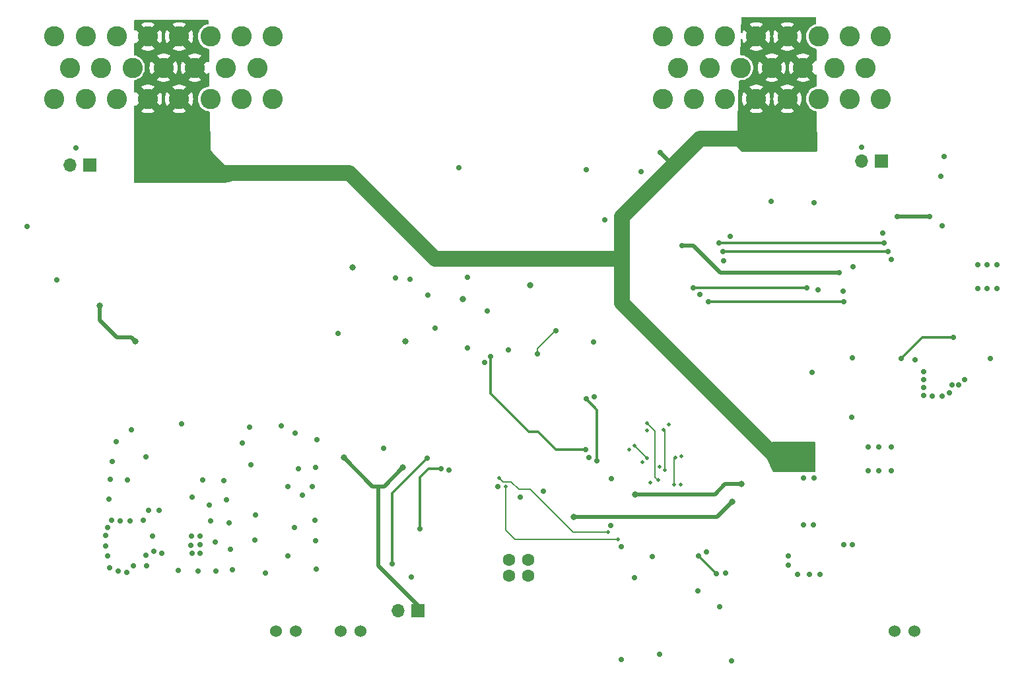
<source format=gbl>
G04 #@! TF.GenerationSoftware,KiCad,Pcbnew,7.0.8*
G04 #@! TF.CreationDate,2023-12-03T17:14:39-07:00*
G04 #@! TF.ProjectId,sdm24logger,73646d32-346c-46f6-9767-65722e6b6963,v3*
G04 #@! TF.SameCoordinates,Original*
G04 #@! TF.FileFunction,Copper,L4,Bot*
G04 #@! TF.FilePolarity,Positive*
%FSLAX46Y46*%
G04 Gerber Fmt 4.6, Leading zero omitted, Abs format (unit mm)*
G04 Created by KiCad (PCBNEW 7.0.8) date 2023-12-03 17:14:39*
%MOMM*%
%LPD*%
G01*
G04 APERTURE LIST*
G04 #@! TA.AperFunction,ComponentPad*
%ADD10R,1.700000X1.700000*%
G04 #@! TD*
G04 #@! TA.AperFunction,ComponentPad*
%ADD11O,1.700000X1.700000*%
G04 #@! TD*
G04 #@! TA.AperFunction,ComponentPad*
%ADD12C,2.600000*%
G04 #@! TD*
G04 #@! TA.AperFunction,ComponentPad*
%ADD13C,1.524000*%
G04 #@! TD*
G04 #@! TA.AperFunction,ComponentPad*
%ADD14C,1.600000*%
G04 #@! TD*
G04 #@! TA.AperFunction,ViaPad*
%ADD15C,0.700000*%
G04 #@! TD*
G04 #@! TA.AperFunction,ViaPad*
%ADD16C,0.500000*%
G04 #@! TD*
G04 #@! TA.AperFunction,ViaPad*
%ADD17C,0.800000*%
G04 #@! TD*
G04 #@! TA.AperFunction,Conductor*
%ADD18C,0.500000*%
G04 #@! TD*
G04 #@! TA.AperFunction,Conductor*
%ADD19C,0.300000*%
G04 #@! TD*
G04 #@! TA.AperFunction,Conductor*
%ADD20C,2.000000*%
G04 #@! TD*
G04 #@! TA.AperFunction,Conductor*
%ADD21C,0.156500*%
G04 #@! TD*
G04 #@! TA.AperFunction,Conductor*
%ADD22C,0.200000*%
G04 #@! TD*
G04 APERTURE END LIST*
D10*
X76540000Y-91465000D03*
D11*
X74000000Y-91465000D03*
D12*
X99999999Y-83000000D03*
X96000000Y-83000000D03*
X92000000Y-83000000D03*
X88000000Y-83000000D03*
X84000001Y-83000000D03*
X80000001Y-83000000D03*
X76000002Y-83000000D03*
X72000002Y-83000000D03*
X98000001Y-79000000D03*
X94000001Y-79000000D03*
X90000001Y-79000000D03*
X86000002Y-79000000D03*
X82000002Y-79000000D03*
X78000003Y-79000000D03*
X74000003Y-79000000D03*
X99999999Y-75000000D03*
X96000000Y-75000000D03*
X92000000Y-75000000D03*
X88000000Y-75000000D03*
X84000001Y-75000000D03*
X80000001Y-75000000D03*
X76000002Y-75000000D03*
X72000002Y-75000000D03*
X177999999Y-83000000D03*
X174000000Y-83000000D03*
X170000000Y-83000000D03*
X166000000Y-83000000D03*
X162000001Y-83000000D03*
X158000001Y-83000000D03*
X154000002Y-83000000D03*
X150000002Y-83000000D03*
X176000001Y-79000000D03*
X172000001Y-79000000D03*
X168000001Y-79000000D03*
X164000002Y-79000000D03*
X160000002Y-79000000D03*
X156000003Y-79000000D03*
X152000003Y-79000000D03*
X177999999Y-75000000D03*
X174000000Y-75000000D03*
X170000000Y-75000000D03*
X166000000Y-75000000D03*
X162000001Y-75000000D03*
X158000001Y-75000000D03*
X154000002Y-75000000D03*
X150000002Y-75000000D03*
D10*
X178075000Y-91000000D03*
D11*
X175535000Y-91000000D03*
D10*
X118575000Y-148600000D03*
D11*
X116035000Y-148600000D03*
D13*
X111270000Y-151270000D03*
X108730000Y-151270000D03*
X102970000Y-151270000D03*
X100430000Y-151270000D03*
D14*
X132760000Y-142160000D03*
X130260000Y-142160000D03*
X130260000Y-144160000D03*
X132760000Y-144160000D03*
D13*
X182270000Y-151270000D03*
X179730000Y-151270000D03*
D15*
X188000000Y-119700000D03*
X105100000Y-132700000D03*
X81400000Y-131900000D03*
X119900000Y-108200000D03*
X97200000Y-129900000D03*
X149600000Y-154200000D03*
X148700000Y-141700000D03*
X158675000Y-100635000D03*
X90700000Y-139100000D03*
X83400000Y-137000000D03*
X178200000Y-100200000D03*
X83750000Y-141500000D03*
X182400000Y-116500000D03*
D16*
X149600000Y-130200000D03*
D15*
X89500000Y-140250000D03*
X105400000Y-137000000D03*
X192900000Y-107300000D03*
X92000000Y-137100000D03*
X155650000Y-141100000D03*
X124935000Y-105870000D03*
X179300000Y-130700000D03*
X176400000Y-130700000D03*
X89700000Y-134100000D03*
X186800000Y-120700000D03*
D16*
X148000000Y-125500000D03*
D15*
X105600000Y-143300000D03*
X176400000Y-127600000D03*
X143400000Y-131700000D03*
X88300000Y-124700000D03*
X168800000Y-144000000D03*
X68500000Y-99400000D03*
X90700000Y-141300000D03*
X108400000Y-113100000D03*
X166100000Y-141600000D03*
X91000000Y-131900000D03*
X185800000Y-121100000D03*
X174300000Y-140200000D03*
X169300000Y-137600000D03*
X188700000Y-119000000D03*
X80200000Y-143600000D03*
X79000000Y-134300000D03*
X174200000Y-123800000D03*
X117600000Y-106100000D03*
X140200000Y-92100000D03*
X127480000Y-110170000D03*
X94100000Y-134400000D03*
D16*
X148400000Y-132200000D03*
D15*
X94400000Y-137400000D03*
X79300000Y-137000000D03*
X78600000Y-140300000D03*
X140510000Y-128980000D03*
X127200000Y-116800000D03*
X101900000Y-141600000D03*
X99100000Y-143800000D03*
X103300000Y-130400000D03*
X183500000Y-118000000D03*
X179300000Y-103600000D03*
X84600000Y-139100000D03*
D16*
X147400000Y-129600000D03*
X152400000Y-128800000D03*
D15*
X79200000Y-131800000D03*
X125000000Y-114900000D03*
X81700000Y-137100000D03*
X154800000Y-108100000D03*
X84750000Y-141000000D03*
X84100000Y-135800000D03*
X174300000Y-116200000D03*
X144700000Y-154900000D03*
X190400000Y-104300000D03*
X190400000Y-107300000D03*
X183500000Y-121000000D03*
X168100000Y-137600000D03*
X101100000Y-124900000D03*
D17*
X110200000Y-104600000D03*
D15*
X169200000Y-118100000D03*
X78800000Y-138000000D03*
X157300000Y-148100000D03*
X97000000Y-125100000D03*
X115700000Y-106000000D03*
D16*
X150800000Y-124800000D03*
D15*
X80400000Y-137100000D03*
X90700000Y-140200000D03*
X186100000Y-90400000D03*
X81900000Y-125400000D03*
X105700000Y-126700000D03*
X92600000Y-139800000D03*
X192000000Y-116300000D03*
X128900000Y-132700000D03*
X134700000Y-133300000D03*
X105500000Y-139700000D03*
X167300000Y-144000000D03*
X179300000Y-127600000D03*
X102800000Y-138000000D03*
X154500000Y-146100000D03*
X82100000Y-142900000D03*
X157800000Y-103800000D03*
X168100000Y-131600000D03*
X102900000Y-125900000D03*
X183500000Y-119000000D03*
X185800000Y-99300000D03*
X72300000Y-106200000D03*
X141100000Y-114200000D03*
X146400000Y-144400000D03*
X94600000Y-140800000D03*
X114200000Y-127800000D03*
X79900000Y-127000000D03*
D17*
X124400000Y-108700000D03*
D15*
X94800000Y-143400000D03*
X169900000Y-107500000D03*
X130200000Y-115200000D03*
D17*
X133000000Y-106900000D03*
D15*
X173100000Y-107700000D03*
X174400000Y-104500000D03*
X185700000Y-92900000D03*
X187100000Y-119700000D03*
X170200000Y-144000000D03*
X175500000Y-89200000D03*
X91900000Y-135100000D03*
X117800000Y-144300000D03*
X177700000Y-127600000D03*
X163875000Y-96135000D03*
X123900000Y-91800000D03*
X78600000Y-139000000D03*
X81300000Y-143700000D03*
D17*
X117000000Y-114100000D03*
D15*
X158050000Y-143840000D03*
X74800000Y-89300000D03*
X89700000Y-141300000D03*
X78800000Y-141600000D03*
X87900000Y-143500000D03*
X85400000Y-135800000D03*
X83700000Y-128900000D03*
X142600000Y-98500000D03*
X158800000Y-155100000D03*
X183500000Y-120000000D03*
X79100000Y-143100000D03*
X144700000Y-140400000D03*
D16*
X145700000Y-128000000D03*
D15*
X184600000Y-121100000D03*
X177700000Y-130700000D03*
X122600000Y-130600000D03*
X192900000Y-104300000D03*
X92700000Y-143600000D03*
X169400000Y-131600000D03*
X169400000Y-96300000D03*
X105500000Y-130300000D03*
X143300000Y-137700000D03*
X79400000Y-129500000D03*
X131700000Y-134100000D03*
X83800000Y-142900000D03*
X173200000Y-140200000D03*
X191600000Y-107300000D03*
D16*
X152300000Y-132500000D03*
D15*
X97700000Y-139600000D03*
X101900000Y-132700000D03*
X191600000Y-104300000D03*
X96100000Y-127100000D03*
X89600000Y-139100000D03*
X103800000Y-133800000D03*
X97800000Y-136400000D03*
X85750000Y-141250000D03*
X120800000Y-112400000D03*
X93700000Y-132000000D03*
X141200000Y-121200000D03*
X166100000Y-142800000D03*
X147200000Y-92300000D03*
X90446173Y-143599177D03*
D17*
X82400000Y-114100000D03*
X109100000Y-129000000D03*
D15*
X152500000Y-101800000D03*
X172600000Y-105331032D03*
D17*
X77800000Y-109500000D03*
X146500000Y-133700000D03*
D15*
X180100000Y-98100000D03*
D17*
X116700000Y-130300000D03*
X160100000Y-132400000D03*
D15*
X184200000Y-98100000D03*
X140100000Y-128000000D03*
X127900000Y-116000000D03*
D17*
X138600000Y-136600000D03*
X158900000Y-134700000D03*
D15*
X167800000Y-128900000D03*
X168800000Y-127900000D03*
X166800000Y-128900000D03*
X166800000Y-127900000D03*
X168800000Y-128900000D03*
X167800000Y-129900000D03*
X167800000Y-127900000D03*
X168800000Y-129900000D03*
X149700000Y-89900000D03*
X166800000Y-129900000D03*
X141600000Y-129400000D03*
X140200000Y-121500000D03*
X156900000Y-143900000D03*
X154600000Y-141600000D03*
X115300000Y-142600000D03*
X119800000Y-129100000D03*
X173200000Y-109000000D03*
X155900000Y-109000000D03*
D16*
X143000000Y-138600000D03*
X129000000Y-131600000D03*
X144300000Y-139500000D03*
X129900000Y-132700000D03*
X146400000Y-127500000D03*
X148000000Y-129100000D03*
X151600000Y-129000000D03*
X151500000Y-132500000D03*
X149400000Y-131900000D03*
X148000000Y-124600000D03*
X150300000Y-130600000D03*
X150150000Y-125450000D03*
D15*
X153900000Y-107200000D03*
X168500000Y-107200000D03*
X136300000Y-112700000D03*
X133900000Y-115700000D03*
X118900000Y-138100000D03*
X121600000Y-130400000D03*
X157700000Y-102600000D03*
X178900000Y-102600000D03*
X157200000Y-101500000D03*
X178400000Y-101500000D03*
X180600000Y-116300000D03*
X187300000Y-113600000D03*
D18*
X153900000Y-101800000D02*
X152500000Y-101800000D01*
X114300000Y-132700000D02*
X113500000Y-132700000D01*
X80000000Y-113600000D02*
X77800000Y-111400000D01*
X118575000Y-147975000D02*
X113500000Y-142900000D01*
X184200000Y-98100000D02*
X180100000Y-98100000D01*
X113500000Y-142900000D02*
X113500000Y-132700000D01*
X156700000Y-133700000D02*
X158000000Y-132400000D01*
X113500000Y-132700000D02*
X112800000Y-132700000D01*
X158000000Y-132400000D02*
X160100000Y-132400000D01*
X77800000Y-111400000D02*
X77800000Y-109500000D01*
X146500000Y-133700000D02*
X156700000Y-133700000D01*
X81900000Y-113600000D02*
X80000000Y-113600000D01*
X116700000Y-130300000D02*
X114300000Y-132700000D01*
X118575000Y-148600000D02*
X118575000Y-147975000D01*
X112800000Y-132700000D02*
X109100000Y-129000000D01*
X157431032Y-105331032D02*
X153900000Y-101800000D01*
X82400000Y-114100000D02*
X81900000Y-113600000D01*
X172600000Y-105331032D02*
X157431032Y-105331032D01*
D19*
X136300000Y-128000000D02*
X140100000Y-128000000D01*
X134000000Y-125700000D02*
X136300000Y-128000000D01*
X132800000Y-125700000D02*
X134000000Y-125700000D01*
X127900000Y-116000000D02*
X127900000Y-120800000D01*
X127900000Y-120800000D02*
X132800000Y-125700000D01*
D18*
X138600000Y-136600000D02*
X157000000Y-136600000D01*
X157000000Y-136600000D02*
X158900000Y-134700000D01*
D20*
X167800000Y-128900000D02*
X164500000Y-128900000D01*
X154800000Y-88100000D02*
X162500000Y-88100000D01*
X144800000Y-103500000D02*
X144800000Y-98100000D01*
X93500001Y-92500000D02*
X88000000Y-86999999D01*
D18*
X151350000Y-91550000D02*
X149700000Y-89900000D01*
D20*
X144800000Y-109200000D02*
X144800000Y-103500000D01*
X151350000Y-91550000D02*
X154800000Y-88100000D01*
X120800000Y-103500000D02*
X109800000Y-92500000D01*
X109800000Y-92500000D02*
X93500001Y-92500000D01*
X144800000Y-103500000D02*
X120800000Y-103500000D01*
X164500000Y-128900000D02*
X144800000Y-109200000D01*
X144800000Y-98100000D02*
X151350000Y-91550000D01*
D19*
X141600000Y-122900000D02*
X140200000Y-121500000D01*
X141600000Y-129400000D02*
X141600000Y-122900000D01*
X154600000Y-141600000D02*
X156900000Y-143900000D01*
X119800000Y-129100000D02*
X115300000Y-133600000D01*
X115300000Y-133600000D02*
X115300000Y-142600000D01*
X155900000Y-109000000D02*
X173200000Y-109000000D01*
D21*
X129500000Y-132100000D02*
X129700000Y-132100000D01*
X138500000Y-138600000D02*
X143000000Y-138600000D01*
X129000000Y-131600000D02*
X129500000Y-132100000D01*
X130588480Y-132100000D02*
X131588480Y-133100000D01*
X133000000Y-133100000D02*
X138500000Y-138600000D01*
X129700000Y-132100000D02*
X130588480Y-132100000D01*
X131588480Y-133100000D02*
X133000000Y-133100000D01*
X131100000Y-139500000D02*
X129900000Y-138300000D01*
X144300000Y-139500000D02*
X131100000Y-139500000D01*
X129900000Y-138300000D02*
X129900000Y-132700000D01*
X148000000Y-129100000D02*
X146400000Y-127500000D01*
X151500000Y-132500000D02*
X151500000Y-129100000D01*
X151500000Y-129100000D02*
X151600000Y-129000000D01*
X149000000Y-131500000D02*
X149000000Y-125600000D01*
X149000000Y-125600000D02*
X148000000Y-124600000D01*
X149400000Y-131900000D02*
X149000000Y-131500000D01*
X150300000Y-130600000D02*
X150300000Y-125600000D01*
X150300000Y-125600000D02*
X150150000Y-125450000D01*
D19*
X153900000Y-107200000D02*
X168500000Y-107200000D01*
D22*
X136200000Y-112700000D02*
X136300000Y-112700000D01*
X133900000Y-115700000D02*
X133900000Y-115000000D01*
X133900000Y-115000000D02*
X136200000Y-112700000D01*
D19*
X118900000Y-138100000D02*
X118900000Y-131500000D01*
X120000000Y-130400000D02*
X121600000Y-130400000D01*
X118900000Y-131500000D02*
X120000000Y-130400000D01*
X157700000Y-102600000D02*
X178900000Y-102600000D01*
X157200000Y-101500000D02*
X178400000Y-101500000D01*
X183300000Y-113600000D02*
X187300000Y-113600000D01*
X180600000Y-116300000D02*
X183300000Y-113600000D01*
G04 #@! TA.AperFunction,Conductor*
G36*
X91744524Y-72919685D02*
G01*
X91790279Y-72972489D01*
X91801476Y-73022507D01*
X91804838Y-73301626D01*
X91785962Y-73368897D01*
X91733713Y-73415285D01*
X91709794Y-73423693D01*
X91503889Y-73473126D01*
X91271140Y-73569533D01*
X91056346Y-73701160D01*
X91056343Y-73701161D01*
X90864776Y-73864776D01*
X90701161Y-74056343D01*
X90701160Y-74056346D01*
X90569533Y-74271140D01*
X90473126Y-74503889D01*
X90414317Y-74748848D01*
X90394551Y-75000000D01*
X90414317Y-75251151D01*
X90473126Y-75496110D01*
X90569533Y-75728859D01*
X90701160Y-75943653D01*
X90701161Y-75943656D01*
X90756604Y-76008571D01*
X90864776Y-76135224D01*
X91013066Y-76261875D01*
X91056343Y-76298838D01*
X91056346Y-76298839D01*
X91271140Y-76430466D01*
X91503889Y-76526873D01*
X91748852Y-76585683D01*
X91748857Y-76585683D01*
X91750801Y-76586150D01*
X91811393Y-76620940D01*
X91843557Y-76682966D01*
X91845845Y-76705230D01*
X91863426Y-78164480D01*
X91844550Y-78231752D01*
X91792302Y-78278140D01*
X91723268Y-78288916D01*
X91659367Y-78260658D01*
X91627709Y-78219763D01*
X91626288Y-78216813D01*
X91576510Y-78130595D01*
X90865478Y-78841628D01*
X90818863Y-78673735D01*
X90729582Y-78505332D01*
X90606185Y-78360059D01*
X90454445Y-78244709D01*
X90281455Y-78164675D01*
X90155864Y-78137030D01*
X90871197Y-77421697D01*
X90871196Y-77421695D01*
X90659461Y-77319730D01*
X90659463Y-77319730D01*
X90401663Y-77240209D01*
X90401657Y-77240207D01*
X90134899Y-77200000D01*
X89865102Y-77200000D01*
X89598344Y-77240207D01*
X89598338Y-77240209D01*
X89340539Y-77319730D01*
X89128804Y-77421695D01*
X89128804Y-77421696D01*
X89842743Y-78135635D01*
X89810512Y-78139141D01*
X89629883Y-78200002D01*
X89466560Y-78298270D01*
X89328180Y-78429350D01*
X89221214Y-78587113D01*
X89150663Y-78764183D01*
X89137481Y-78844587D01*
X88423490Y-78130596D01*
X88373709Y-78216821D01*
X88373707Y-78216825D01*
X88275149Y-78467947D01*
X88275143Y-78467966D01*
X88215114Y-78730971D01*
X88215114Y-78730973D01*
X88194954Y-78999995D01*
X88194954Y-79000004D01*
X88215114Y-79269026D01*
X88215114Y-79269028D01*
X88275143Y-79532033D01*
X88275149Y-79532052D01*
X88373710Y-79783181D01*
X88423490Y-79869402D01*
X88423491Y-79869403D01*
X89134523Y-79158370D01*
X89181139Y-79326265D01*
X89270420Y-79494668D01*
X89393817Y-79639941D01*
X89545557Y-79755291D01*
X89718547Y-79835325D01*
X89844137Y-79862969D01*
X89128803Y-80578303D01*
X89340540Y-80680269D01*
X89340538Y-80680269D01*
X89598338Y-80759790D01*
X89598344Y-80759792D01*
X89865102Y-80799999D01*
X89865111Y-80800000D01*
X90134891Y-80800000D01*
X90134899Y-80799999D01*
X90401657Y-80759792D01*
X90401663Y-80759790D01*
X90659459Y-80680270D01*
X90871196Y-80578302D01*
X90157258Y-79864364D01*
X90189490Y-79860859D01*
X90370119Y-79799998D01*
X90533442Y-79701730D01*
X90671822Y-79570650D01*
X90778788Y-79412887D01*
X90849339Y-79235817D01*
X90862520Y-79155413D01*
X91576510Y-79869403D01*
X91576511Y-79869403D01*
X91626290Y-79783183D01*
X91643508Y-79739313D01*
X91686323Y-79684099D01*
X91752193Y-79660798D01*
X91820204Y-79676807D01*
X91868763Y-79727044D01*
X91882928Y-79783120D01*
X91901038Y-81286220D01*
X91882163Y-81353492D01*
X91829914Y-81399880D01*
X91786779Y-81411332D01*
X91784364Y-81411522D01*
X91748852Y-81414317D01*
X91748848Y-81414318D01*
X91503889Y-81473126D01*
X91271140Y-81569533D01*
X91056346Y-81701160D01*
X91056343Y-81701161D01*
X90864776Y-81864776D01*
X90701161Y-82056343D01*
X90701160Y-82056346D01*
X90569533Y-82271140D01*
X90473126Y-82503889D01*
X90414317Y-82748848D01*
X90394551Y-83000000D01*
X90414317Y-83251151D01*
X90473126Y-83496110D01*
X90569533Y-83728859D01*
X90701160Y-83943653D01*
X90701161Y-83943656D01*
X90756604Y-84008571D01*
X90864776Y-84135224D01*
X91013066Y-84261875D01*
X91056343Y-84298838D01*
X91056346Y-84298839D01*
X91271140Y-84430466D01*
X91503889Y-84526873D01*
X91748852Y-84585683D01*
X91828075Y-84591918D01*
X91893363Y-84616802D01*
X91934834Y-84673033D01*
X91942337Y-84714042D01*
X92000000Y-89500001D01*
X94887947Y-93350596D01*
X94912423Y-93416038D01*
X94897633Y-93484325D01*
X94848272Y-93533775D01*
X94818822Y-93545294D01*
X94296000Y-93676000D01*
X93814807Y-93796298D01*
X93784734Y-93800000D01*
X82324000Y-93800000D01*
X82256961Y-93780315D01*
X82211206Y-93727511D01*
X82200000Y-93676000D01*
X82200000Y-83945080D01*
X82219685Y-83878041D01*
X82272489Y-83832286D01*
X82341647Y-83822342D01*
X82405203Y-83851367D01*
X82419680Y-83868901D01*
X82423491Y-83869403D01*
X83134523Y-83158370D01*
X83181139Y-83326265D01*
X83270420Y-83494668D01*
X83393817Y-83639941D01*
X83545557Y-83755291D01*
X83718547Y-83835325D01*
X83844137Y-83862969D01*
X83128803Y-84578303D01*
X83340540Y-84680269D01*
X83340538Y-84680269D01*
X83598338Y-84759790D01*
X83598344Y-84759792D01*
X83865102Y-84799999D01*
X83865111Y-84800000D01*
X84134891Y-84800000D01*
X84134899Y-84799999D01*
X84401657Y-84759792D01*
X84401663Y-84759790D01*
X84659459Y-84680270D01*
X84871196Y-84578302D01*
X84157258Y-83864364D01*
X84189490Y-83860859D01*
X84370119Y-83799998D01*
X84533442Y-83701730D01*
X84671822Y-83570650D01*
X84778788Y-83412887D01*
X84849339Y-83235817D01*
X84862520Y-83155412D01*
X85576510Y-83869403D01*
X85576511Y-83869403D01*
X85626291Y-83783182D01*
X85626294Y-83783175D01*
X85724852Y-83532052D01*
X85724858Y-83532033D01*
X85784887Y-83269028D01*
X85784887Y-83269026D01*
X85805048Y-83000004D01*
X86194953Y-83000004D01*
X86215113Y-83269026D01*
X86215113Y-83269028D01*
X86275142Y-83532033D01*
X86275148Y-83532052D01*
X86373709Y-83783181D01*
X86423489Y-83869402D01*
X86423490Y-83869403D01*
X87134522Y-83158370D01*
X87181138Y-83326265D01*
X87270419Y-83494668D01*
X87393816Y-83639941D01*
X87545556Y-83755291D01*
X87718546Y-83835325D01*
X87844136Y-83862969D01*
X87128802Y-84578303D01*
X87340539Y-84680269D01*
X87340537Y-84680269D01*
X87598337Y-84759790D01*
X87598343Y-84759792D01*
X87865101Y-84799999D01*
X87865110Y-84800000D01*
X88134890Y-84800000D01*
X88134898Y-84799999D01*
X88401656Y-84759792D01*
X88401662Y-84759790D01*
X88659458Y-84680270D01*
X88871195Y-84578302D01*
X88157257Y-83864364D01*
X88189489Y-83860859D01*
X88370118Y-83799998D01*
X88533441Y-83701730D01*
X88671821Y-83570650D01*
X88778787Y-83412887D01*
X88849338Y-83235817D01*
X88862519Y-83155413D01*
X89576509Y-83869403D01*
X89576510Y-83869403D01*
X89626290Y-83783182D01*
X89626293Y-83783175D01*
X89724851Y-83532052D01*
X89724857Y-83532033D01*
X89784886Y-83269028D01*
X89784886Y-83269026D01*
X89805047Y-83000004D01*
X89805047Y-82999995D01*
X89784886Y-82730973D01*
X89784886Y-82730971D01*
X89724857Y-82467966D01*
X89724851Y-82467947D01*
X89626290Y-82216818D01*
X89576509Y-82130595D01*
X88865477Y-82841628D01*
X88818862Y-82673735D01*
X88729581Y-82505332D01*
X88606184Y-82360059D01*
X88454444Y-82244709D01*
X88281454Y-82164675D01*
X88155863Y-82137030D01*
X88871196Y-81421697D01*
X88871195Y-81421695D01*
X88659460Y-81319730D01*
X88659462Y-81319730D01*
X88401662Y-81240209D01*
X88401656Y-81240207D01*
X88134898Y-81200000D01*
X87865101Y-81200000D01*
X87598343Y-81240207D01*
X87598337Y-81240209D01*
X87340538Y-81319730D01*
X87128803Y-81421695D01*
X87128803Y-81421696D01*
X87842742Y-82135635D01*
X87810511Y-82139141D01*
X87629882Y-82200002D01*
X87466559Y-82298270D01*
X87328179Y-82429350D01*
X87221213Y-82587113D01*
X87150662Y-82764183D01*
X87137480Y-82844587D01*
X86423489Y-82130596D01*
X86373708Y-82216821D01*
X86373706Y-82216825D01*
X86275148Y-82467947D01*
X86275142Y-82467966D01*
X86215113Y-82730971D01*
X86215113Y-82730973D01*
X86194953Y-82999995D01*
X86194953Y-83000004D01*
X85805048Y-83000004D01*
X85805048Y-82999995D01*
X85784887Y-82730973D01*
X85784887Y-82730971D01*
X85724858Y-82467966D01*
X85724852Y-82467947D01*
X85626291Y-82216818D01*
X85576510Y-82130595D01*
X84865478Y-82841628D01*
X84818863Y-82673735D01*
X84729582Y-82505332D01*
X84606185Y-82360059D01*
X84454445Y-82244709D01*
X84281455Y-82164675D01*
X84155864Y-82137030D01*
X84871197Y-81421697D01*
X84871196Y-81421695D01*
X84659461Y-81319730D01*
X84659463Y-81319730D01*
X84401663Y-81240209D01*
X84401657Y-81240207D01*
X84134899Y-81200000D01*
X83865102Y-81200000D01*
X83598344Y-81240207D01*
X83598338Y-81240209D01*
X83340539Y-81319730D01*
X83128804Y-81421695D01*
X83128804Y-81421696D01*
X83842743Y-82135635D01*
X83810512Y-82139141D01*
X83629883Y-82200002D01*
X83466560Y-82298270D01*
X83328180Y-82429350D01*
X83221214Y-82587113D01*
X83150663Y-82764183D01*
X83137481Y-82844587D01*
X82423490Y-82130596D01*
X82416007Y-82131581D01*
X82380820Y-82165132D01*
X82312213Y-82178356D01*
X82247349Y-82152388D01*
X82206820Y-82095474D01*
X82200000Y-82054917D01*
X82200000Y-80695716D01*
X82219685Y-80628677D01*
X82272489Y-80582922D01*
X82295047Y-80575144D01*
X82496113Y-80526873D01*
X82728861Y-80430466D01*
X82943661Y-80298836D01*
X83135226Y-80135224D01*
X83298838Y-79943659D01*
X83430468Y-79728859D01*
X83526875Y-79496111D01*
X83585685Y-79251148D01*
X83605451Y-79000004D01*
X84194955Y-79000004D01*
X84215115Y-79269026D01*
X84215115Y-79269028D01*
X84275144Y-79532033D01*
X84275150Y-79532052D01*
X84373711Y-79783181D01*
X84423491Y-79869402D01*
X84423492Y-79869403D01*
X85134524Y-79158370D01*
X85181140Y-79326265D01*
X85270421Y-79494668D01*
X85393818Y-79639941D01*
X85545558Y-79755291D01*
X85718548Y-79835325D01*
X85844138Y-79862969D01*
X85128804Y-80578303D01*
X85340541Y-80680269D01*
X85340539Y-80680269D01*
X85598339Y-80759790D01*
X85598345Y-80759792D01*
X85865103Y-80799999D01*
X85865112Y-80800000D01*
X86134892Y-80800000D01*
X86134900Y-80799999D01*
X86401658Y-80759792D01*
X86401664Y-80759790D01*
X86659460Y-80680270D01*
X86871197Y-80578302D01*
X86157259Y-79864364D01*
X86189491Y-79860859D01*
X86370120Y-79799998D01*
X86533443Y-79701730D01*
X86671823Y-79570650D01*
X86778789Y-79412887D01*
X86849340Y-79235817D01*
X86862521Y-79155413D01*
X87576511Y-79869403D01*
X87576512Y-79869403D01*
X87626292Y-79783182D01*
X87626295Y-79783175D01*
X87724853Y-79532052D01*
X87724859Y-79532033D01*
X87784888Y-79269028D01*
X87784888Y-79269026D01*
X87805049Y-79000004D01*
X87805049Y-78999995D01*
X87784888Y-78730973D01*
X87784888Y-78730971D01*
X87724859Y-78467966D01*
X87724853Y-78467947D01*
X87626292Y-78216818D01*
X87576511Y-78130595D01*
X86865479Y-78841628D01*
X86818864Y-78673735D01*
X86729583Y-78505332D01*
X86606186Y-78360059D01*
X86454446Y-78244709D01*
X86281456Y-78164675D01*
X86155865Y-78137030D01*
X86871198Y-77421697D01*
X86871197Y-77421695D01*
X86659462Y-77319730D01*
X86659464Y-77319730D01*
X86401664Y-77240209D01*
X86401658Y-77240207D01*
X86134900Y-77200000D01*
X85865103Y-77200000D01*
X85598345Y-77240207D01*
X85598339Y-77240209D01*
X85340540Y-77319730D01*
X85128805Y-77421695D01*
X85128805Y-77421696D01*
X85842744Y-78135635D01*
X85810513Y-78139141D01*
X85629884Y-78200002D01*
X85466561Y-78298270D01*
X85328181Y-78429350D01*
X85221215Y-78587113D01*
X85150664Y-78764183D01*
X85137482Y-78844587D01*
X84423491Y-78130596D01*
X84373710Y-78216821D01*
X84373708Y-78216825D01*
X84275150Y-78467947D01*
X84275144Y-78467966D01*
X84215115Y-78730971D01*
X84215115Y-78730973D01*
X84194955Y-78999995D01*
X84194955Y-79000004D01*
X83605451Y-79000004D01*
X83605451Y-79000000D01*
X83585685Y-78748852D01*
X83526875Y-78503889D01*
X83467299Y-78360059D01*
X83430468Y-78271140D01*
X83298841Y-78056346D01*
X83298840Y-78056343D01*
X83261877Y-78013066D01*
X83135226Y-77864776D01*
X83008573Y-77756604D01*
X82943658Y-77701161D01*
X82943655Y-77701160D01*
X82728861Y-77569533D01*
X82496112Y-77473126D01*
X82295053Y-77424857D01*
X82234461Y-77390066D01*
X82202297Y-77328040D01*
X82200000Y-77304283D01*
X82200000Y-75945080D01*
X82219685Y-75878041D01*
X82272489Y-75832286D01*
X82341647Y-75822342D01*
X82405203Y-75851367D01*
X82419680Y-75868901D01*
X82423491Y-75869403D01*
X83134523Y-75158370D01*
X83181139Y-75326265D01*
X83270420Y-75494668D01*
X83393817Y-75639941D01*
X83545557Y-75755291D01*
X83718547Y-75835325D01*
X83844137Y-75862969D01*
X83128803Y-76578303D01*
X83340540Y-76680269D01*
X83340538Y-76680269D01*
X83598338Y-76759790D01*
X83598344Y-76759792D01*
X83865102Y-76799999D01*
X83865111Y-76800000D01*
X84134891Y-76800000D01*
X84134899Y-76799999D01*
X84401657Y-76759792D01*
X84401663Y-76759790D01*
X84659459Y-76680270D01*
X84871196Y-76578302D01*
X84157258Y-75864364D01*
X84189490Y-75860859D01*
X84370119Y-75799998D01*
X84533442Y-75701730D01*
X84671822Y-75570650D01*
X84778788Y-75412887D01*
X84849339Y-75235817D01*
X84862520Y-75155412D01*
X85576510Y-75869403D01*
X85576511Y-75869403D01*
X85626291Y-75783182D01*
X85626294Y-75783175D01*
X85724852Y-75532052D01*
X85724858Y-75532033D01*
X85784887Y-75269028D01*
X85784887Y-75269026D01*
X85805048Y-75000004D01*
X86194953Y-75000004D01*
X86215113Y-75269026D01*
X86215113Y-75269028D01*
X86275142Y-75532033D01*
X86275148Y-75532052D01*
X86373709Y-75783181D01*
X86423489Y-75869402D01*
X86423490Y-75869403D01*
X87134522Y-75158370D01*
X87181138Y-75326265D01*
X87270419Y-75494668D01*
X87393816Y-75639941D01*
X87545556Y-75755291D01*
X87718546Y-75835325D01*
X87844136Y-75862969D01*
X87128802Y-76578303D01*
X87340539Y-76680269D01*
X87340537Y-76680269D01*
X87598337Y-76759790D01*
X87598343Y-76759792D01*
X87865101Y-76799999D01*
X87865110Y-76800000D01*
X88134890Y-76800000D01*
X88134898Y-76799999D01*
X88401656Y-76759792D01*
X88401662Y-76759790D01*
X88659458Y-76680270D01*
X88871195Y-76578302D01*
X88157257Y-75864364D01*
X88189489Y-75860859D01*
X88370118Y-75799998D01*
X88533441Y-75701730D01*
X88671821Y-75570650D01*
X88778787Y-75412887D01*
X88849338Y-75235817D01*
X88862519Y-75155413D01*
X89576509Y-75869403D01*
X89576510Y-75869403D01*
X89626290Y-75783182D01*
X89626293Y-75783175D01*
X89724851Y-75532052D01*
X89724857Y-75532033D01*
X89784886Y-75269028D01*
X89784886Y-75269026D01*
X89805047Y-75000004D01*
X89805047Y-74999995D01*
X89784886Y-74730973D01*
X89784886Y-74730971D01*
X89724857Y-74467966D01*
X89724851Y-74467947D01*
X89626290Y-74216818D01*
X89576509Y-74130595D01*
X88865477Y-74841628D01*
X88818862Y-74673735D01*
X88729581Y-74505332D01*
X88606184Y-74360059D01*
X88454444Y-74244709D01*
X88281454Y-74164675D01*
X88155863Y-74137030D01*
X88871196Y-73421697D01*
X88871195Y-73421695D01*
X88659460Y-73319730D01*
X88659462Y-73319730D01*
X88401662Y-73240209D01*
X88401656Y-73240207D01*
X88134898Y-73200000D01*
X87865101Y-73200000D01*
X87598343Y-73240207D01*
X87598337Y-73240209D01*
X87340538Y-73319730D01*
X87128803Y-73421695D01*
X87128803Y-73421696D01*
X87842742Y-74135635D01*
X87810511Y-74139141D01*
X87629882Y-74200002D01*
X87466559Y-74298270D01*
X87328179Y-74429350D01*
X87221213Y-74587113D01*
X87150662Y-74764183D01*
X87137480Y-74844587D01*
X86423489Y-74130596D01*
X86373708Y-74216821D01*
X86373706Y-74216825D01*
X86275148Y-74467947D01*
X86275142Y-74467966D01*
X86215113Y-74730971D01*
X86215113Y-74730973D01*
X86194953Y-74999995D01*
X86194953Y-75000004D01*
X85805048Y-75000004D01*
X85805048Y-74999995D01*
X85784887Y-74730973D01*
X85784887Y-74730971D01*
X85724858Y-74467966D01*
X85724852Y-74467947D01*
X85626291Y-74216818D01*
X85576510Y-74130595D01*
X84865478Y-74841628D01*
X84818863Y-74673735D01*
X84729582Y-74505332D01*
X84606185Y-74360059D01*
X84454445Y-74244709D01*
X84281455Y-74164675D01*
X84155864Y-74137030D01*
X84871197Y-73421697D01*
X84871196Y-73421695D01*
X84659461Y-73319730D01*
X84659463Y-73319730D01*
X84401663Y-73240209D01*
X84401657Y-73240207D01*
X84134899Y-73200000D01*
X83865102Y-73200000D01*
X83598344Y-73240207D01*
X83598338Y-73240209D01*
X83340539Y-73319730D01*
X83128804Y-73421695D01*
X83128804Y-73421696D01*
X83842743Y-74135635D01*
X83810512Y-74139141D01*
X83629883Y-74200002D01*
X83466560Y-74298270D01*
X83328180Y-74429350D01*
X83221214Y-74587113D01*
X83150663Y-74764183D01*
X83137481Y-74844587D01*
X82423490Y-74130596D01*
X82416007Y-74131581D01*
X82380820Y-74165132D01*
X82312213Y-74178356D01*
X82247349Y-74152388D01*
X82206820Y-74095474D01*
X82200000Y-74054917D01*
X82200000Y-73024000D01*
X82219685Y-72956961D01*
X82272489Y-72911206D01*
X82324000Y-72900000D01*
X91677485Y-72900000D01*
X91744524Y-72919685D01*
G37*
G04 #@! TD.AperFunction*
G04 #@! TA.AperFunction,Conductor*
G36*
X169643754Y-72519685D02*
G01*
X169689509Y-72572489D01*
X169700713Y-72623283D01*
X169704776Y-73326426D01*
X169685479Y-73393579D01*
X169632940Y-73439638D01*
X169609727Y-73447716D01*
X169503893Y-73473125D01*
X169503884Y-73473128D01*
X169271144Y-73569531D01*
X169271141Y-73569533D01*
X169056346Y-73701160D01*
X169056343Y-73701161D01*
X168864776Y-73864776D01*
X168701161Y-74056343D01*
X168701160Y-74056346D01*
X168569533Y-74271140D01*
X168473126Y-74503889D01*
X168414317Y-74748848D01*
X168394551Y-75000000D01*
X168414317Y-75251151D01*
X168473126Y-75496110D01*
X168569533Y-75728859D01*
X168701160Y-75943653D01*
X168701161Y-75943656D01*
X168701164Y-75943659D01*
X168864776Y-76135224D01*
X169013066Y-76261875D01*
X169056343Y-76298838D01*
X169056346Y-76298839D01*
X169271140Y-76430466D01*
X169503889Y-76526873D01*
X169629091Y-76556931D01*
X169689683Y-76591721D01*
X169721847Y-76653748D01*
X169724142Y-76676788D01*
X169731843Y-78008933D01*
X169712546Y-78076085D01*
X169660008Y-78122145D01*
X169591662Y-78132589D01*
X169576511Y-78130594D01*
X168865478Y-78841628D01*
X168818863Y-78673735D01*
X168729582Y-78505332D01*
X168606185Y-78360059D01*
X168454445Y-78244709D01*
X168281455Y-78164675D01*
X168155864Y-78137030D01*
X168871197Y-77421697D01*
X168871196Y-77421695D01*
X168659461Y-77319730D01*
X168659463Y-77319730D01*
X168401663Y-77240209D01*
X168401657Y-77240207D01*
X168134899Y-77200000D01*
X167865102Y-77200000D01*
X167598344Y-77240207D01*
X167598338Y-77240209D01*
X167340539Y-77319730D01*
X167128804Y-77421695D01*
X167128804Y-77421696D01*
X167842743Y-78135635D01*
X167810512Y-78139141D01*
X167629883Y-78200002D01*
X167466560Y-78298270D01*
X167328180Y-78429350D01*
X167221214Y-78587113D01*
X167150663Y-78764183D01*
X167137481Y-78844587D01*
X166423490Y-78130596D01*
X166373709Y-78216821D01*
X166373707Y-78216825D01*
X166275149Y-78467947D01*
X166275143Y-78467966D01*
X166215114Y-78730971D01*
X166215114Y-78730973D01*
X166194954Y-78999995D01*
X166194954Y-79000004D01*
X166215114Y-79269026D01*
X166215114Y-79269028D01*
X166275143Y-79532033D01*
X166275149Y-79532052D01*
X166373710Y-79783181D01*
X166423490Y-79869402D01*
X166423491Y-79869403D01*
X167134523Y-79158370D01*
X167181139Y-79326265D01*
X167270420Y-79494668D01*
X167393817Y-79639941D01*
X167545557Y-79755291D01*
X167718547Y-79835325D01*
X167844137Y-79862969D01*
X167128803Y-80578303D01*
X167340540Y-80680269D01*
X167340538Y-80680269D01*
X167598338Y-80759790D01*
X167598344Y-80759792D01*
X167865102Y-80799999D01*
X167865111Y-80800000D01*
X168134891Y-80800000D01*
X168134899Y-80799999D01*
X168401657Y-80759792D01*
X168401663Y-80759790D01*
X168659459Y-80680270D01*
X168871196Y-80578302D01*
X168157258Y-79864364D01*
X168189490Y-79860859D01*
X168370119Y-79799998D01*
X168533442Y-79701730D01*
X168671822Y-79570650D01*
X168778788Y-79412887D01*
X168849339Y-79235817D01*
X168862520Y-79155412D01*
X169576510Y-79869403D01*
X169603100Y-79865903D01*
X169672135Y-79876669D01*
X169724391Y-79923049D01*
X169743283Y-79988125D01*
X169750955Y-81315340D01*
X169731658Y-81382492D01*
X169679120Y-81428552D01*
X169655904Y-81436631D01*
X169503889Y-81473126D01*
X169271140Y-81569533D01*
X169056346Y-81701160D01*
X169056343Y-81701161D01*
X168864776Y-81864776D01*
X168701161Y-82056343D01*
X168701160Y-82056346D01*
X168569533Y-82271140D01*
X168473126Y-82503889D01*
X168414317Y-82748848D01*
X168394551Y-83000000D01*
X168414317Y-83251151D01*
X168473126Y-83496110D01*
X168569533Y-83728859D01*
X168701160Y-83943653D01*
X168701161Y-83943656D01*
X168701164Y-83943659D01*
X168864776Y-84135224D01*
X169013066Y-84261875D01*
X169056343Y-84298838D01*
X169056346Y-84298839D01*
X169271140Y-84430466D01*
X169503889Y-84526873D01*
X169675399Y-84568048D01*
X169735990Y-84602838D01*
X169768154Y-84664865D01*
X169770449Y-84687905D01*
X169799279Y-89675283D01*
X169779982Y-89742435D01*
X169727444Y-89788495D01*
X169675281Y-89800000D01*
X160251362Y-89800000D01*
X160184323Y-89780315D01*
X160163681Y-89763681D01*
X159538188Y-89138188D01*
X159504703Y-89076865D01*
X159501950Y-89046034D01*
X159720481Y-83000004D01*
X160194954Y-83000004D01*
X160215114Y-83269026D01*
X160215114Y-83269028D01*
X160275143Y-83532033D01*
X160275149Y-83532052D01*
X160373710Y-83783181D01*
X160423490Y-83869402D01*
X160423491Y-83869403D01*
X161134523Y-83158370D01*
X161181139Y-83326265D01*
X161270420Y-83494668D01*
X161393817Y-83639941D01*
X161545557Y-83755291D01*
X161718547Y-83835325D01*
X161844137Y-83862969D01*
X161128803Y-84578303D01*
X161340540Y-84680269D01*
X161340538Y-84680269D01*
X161598338Y-84759790D01*
X161598344Y-84759792D01*
X161865102Y-84799999D01*
X161865111Y-84800000D01*
X162134891Y-84800000D01*
X162134899Y-84799999D01*
X162401657Y-84759792D01*
X162401663Y-84759790D01*
X162659459Y-84680270D01*
X162871196Y-84578302D01*
X162157258Y-83864364D01*
X162189490Y-83860859D01*
X162370119Y-83799998D01*
X162533442Y-83701730D01*
X162671822Y-83570650D01*
X162778788Y-83412887D01*
X162849339Y-83235817D01*
X162862520Y-83155412D01*
X163576510Y-83869403D01*
X163576511Y-83869403D01*
X163626291Y-83783182D01*
X163626294Y-83783175D01*
X163724852Y-83532052D01*
X163724858Y-83532033D01*
X163784887Y-83269028D01*
X163784887Y-83269026D01*
X163805048Y-83000004D01*
X164194953Y-83000004D01*
X164215113Y-83269026D01*
X164215113Y-83269028D01*
X164275142Y-83532033D01*
X164275148Y-83532052D01*
X164373709Y-83783181D01*
X164423489Y-83869402D01*
X164423490Y-83869403D01*
X165134522Y-83158370D01*
X165181138Y-83326265D01*
X165270419Y-83494668D01*
X165393816Y-83639941D01*
X165545556Y-83755291D01*
X165718546Y-83835325D01*
X165844136Y-83862969D01*
X165128802Y-84578303D01*
X165340539Y-84680269D01*
X165340537Y-84680269D01*
X165598337Y-84759790D01*
X165598343Y-84759792D01*
X165865101Y-84799999D01*
X165865110Y-84800000D01*
X166134890Y-84800000D01*
X166134898Y-84799999D01*
X166401656Y-84759792D01*
X166401662Y-84759790D01*
X166659458Y-84680270D01*
X166871195Y-84578302D01*
X166157257Y-83864364D01*
X166189489Y-83860859D01*
X166370118Y-83799998D01*
X166533441Y-83701730D01*
X166671821Y-83570650D01*
X166778787Y-83412887D01*
X166849338Y-83235817D01*
X166862519Y-83155413D01*
X167576509Y-83869403D01*
X167576510Y-83869403D01*
X167626290Y-83783182D01*
X167626293Y-83783175D01*
X167724851Y-83532052D01*
X167724857Y-83532033D01*
X167784886Y-83269028D01*
X167784886Y-83269026D01*
X167805047Y-83000004D01*
X167805047Y-82999995D01*
X167784886Y-82730973D01*
X167784886Y-82730971D01*
X167724857Y-82467966D01*
X167724851Y-82467947D01*
X167626290Y-82216818D01*
X167576509Y-82130595D01*
X166865477Y-82841628D01*
X166818862Y-82673735D01*
X166729581Y-82505332D01*
X166606184Y-82360059D01*
X166454444Y-82244709D01*
X166281454Y-82164675D01*
X166155863Y-82137030D01*
X166871196Y-81421697D01*
X166871195Y-81421695D01*
X166659460Y-81319730D01*
X166659462Y-81319730D01*
X166401662Y-81240209D01*
X166401656Y-81240207D01*
X166134898Y-81200000D01*
X165865101Y-81200000D01*
X165598343Y-81240207D01*
X165598337Y-81240209D01*
X165340538Y-81319730D01*
X165128803Y-81421695D01*
X165128803Y-81421696D01*
X165842742Y-82135635D01*
X165810511Y-82139141D01*
X165629882Y-82200002D01*
X165466559Y-82298270D01*
X165328179Y-82429350D01*
X165221213Y-82587113D01*
X165150662Y-82764183D01*
X165137480Y-82844587D01*
X164423489Y-82130596D01*
X164373708Y-82216821D01*
X164373706Y-82216825D01*
X164275148Y-82467947D01*
X164275142Y-82467966D01*
X164215113Y-82730971D01*
X164215113Y-82730973D01*
X164194953Y-82999995D01*
X164194953Y-83000004D01*
X163805048Y-83000004D01*
X163805048Y-82999995D01*
X163784887Y-82730973D01*
X163784887Y-82730971D01*
X163724858Y-82467966D01*
X163724852Y-82467947D01*
X163626291Y-82216818D01*
X163576510Y-82130595D01*
X162865478Y-82841628D01*
X162818863Y-82673735D01*
X162729582Y-82505332D01*
X162606185Y-82360059D01*
X162454445Y-82244709D01*
X162281455Y-82164675D01*
X162155864Y-82137030D01*
X162871197Y-81421697D01*
X162871196Y-81421695D01*
X162659461Y-81319730D01*
X162659463Y-81319730D01*
X162401663Y-81240209D01*
X162401657Y-81240207D01*
X162134899Y-81200000D01*
X161865102Y-81200000D01*
X161598344Y-81240207D01*
X161598338Y-81240209D01*
X161340539Y-81319730D01*
X161128804Y-81421695D01*
X161128804Y-81421696D01*
X161842743Y-82135635D01*
X161810512Y-82139141D01*
X161629883Y-82200002D01*
X161466560Y-82298270D01*
X161328180Y-82429350D01*
X161221214Y-82587113D01*
X161150663Y-82764183D01*
X161137481Y-82844587D01*
X160423490Y-82130596D01*
X160373709Y-82216821D01*
X160373707Y-82216825D01*
X160275149Y-82467947D01*
X160275143Y-82467966D01*
X160215114Y-82730971D01*
X160215114Y-82730973D01*
X160194954Y-82999995D01*
X160194954Y-83000004D01*
X159720481Y-83000004D01*
X159802906Y-80719589D01*
X159824998Y-80653309D01*
X159879420Y-80609492D01*
X159936551Y-80600455D01*
X160000002Y-80605449D01*
X160251150Y-80585683D01*
X160496113Y-80526873D01*
X160728861Y-80430466D01*
X160943661Y-80298836D01*
X161135226Y-80135224D01*
X161298838Y-79943659D01*
X161430468Y-79728859D01*
X161526875Y-79496111D01*
X161585685Y-79251148D01*
X161605451Y-79000004D01*
X162194955Y-79000004D01*
X162215115Y-79269026D01*
X162215115Y-79269028D01*
X162275144Y-79532033D01*
X162275150Y-79532052D01*
X162373711Y-79783181D01*
X162423491Y-79869402D01*
X162423492Y-79869403D01*
X163134524Y-79158370D01*
X163181140Y-79326265D01*
X163270421Y-79494668D01*
X163393818Y-79639941D01*
X163545558Y-79755291D01*
X163718548Y-79835325D01*
X163844138Y-79862969D01*
X163128804Y-80578303D01*
X163340541Y-80680269D01*
X163340539Y-80680269D01*
X163598339Y-80759790D01*
X163598345Y-80759792D01*
X163865103Y-80799999D01*
X163865112Y-80800000D01*
X164134892Y-80800000D01*
X164134900Y-80799999D01*
X164401658Y-80759792D01*
X164401664Y-80759790D01*
X164659460Y-80680270D01*
X164871197Y-80578302D01*
X164157259Y-79864364D01*
X164189491Y-79860859D01*
X164370120Y-79799998D01*
X164533443Y-79701730D01*
X164671823Y-79570650D01*
X164778789Y-79412887D01*
X164849340Y-79235817D01*
X164862521Y-79155412D01*
X165576511Y-79869403D01*
X165576512Y-79869403D01*
X165626292Y-79783182D01*
X165626295Y-79783175D01*
X165724853Y-79532052D01*
X165724859Y-79532033D01*
X165784888Y-79269028D01*
X165784888Y-79269026D01*
X165805049Y-79000004D01*
X165805049Y-78999995D01*
X165784888Y-78730973D01*
X165784888Y-78730971D01*
X165724859Y-78467966D01*
X165724853Y-78467947D01*
X165626292Y-78216818D01*
X165576511Y-78130595D01*
X164865479Y-78841628D01*
X164818864Y-78673735D01*
X164729583Y-78505332D01*
X164606186Y-78360059D01*
X164454446Y-78244709D01*
X164281456Y-78164675D01*
X164155865Y-78137030D01*
X164871198Y-77421697D01*
X164871197Y-77421695D01*
X164659462Y-77319730D01*
X164659464Y-77319730D01*
X164401664Y-77240209D01*
X164401658Y-77240207D01*
X164134900Y-77200000D01*
X163865103Y-77200000D01*
X163598345Y-77240207D01*
X163598339Y-77240209D01*
X163340540Y-77319730D01*
X163128805Y-77421695D01*
X163128805Y-77421696D01*
X163842744Y-78135635D01*
X163810513Y-78139141D01*
X163629884Y-78200002D01*
X163466561Y-78298270D01*
X163328181Y-78429350D01*
X163221215Y-78587113D01*
X163150664Y-78764183D01*
X163137482Y-78844587D01*
X162423491Y-78130596D01*
X162373710Y-78216821D01*
X162373708Y-78216825D01*
X162275150Y-78467947D01*
X162275144Y-78467966D01*
X162215115Y-78730971D01*
X162215115Y-78730973D01*
X162194955Y-78999995D01*
X162194955Y-79000004D01*
X161605451Y-79000004D01*
X161605451Y-79000000D01*
X161585685Y-78748852D01*
X161526875Y-78503889D01*
X161467299Y-78360059D01*
X161430468Y-78271140D01*
X161298841Y-78056346D01*
X161298840Y-78056343D01*
X161258348Y-78008933D01*
X161135226Y-77864776D01*
X161008573Y-77756604D01*
X160943658Y-77701161D01*
X160943655Y-77701160D01*
X160728861Y-77569533D01*
X160496112Y-77473126D01*
X160251153Y-77414317D01*
X160150405Y-77406388D01*
X160041788Y-77397839D01*
X159976500Y-77372956D01*
X159935030Y-77316725D01*
X159927599Y-77269746D01*
X159995145Y-75400975D01*
X160017238Y-75334692D01*
X160071660Y-75290875D01*
X160141133Y-75283436D01*
X160203599Y-75314737D01*
X160239225Y-75374842D01*
X160239955Y-75377863D01*
X160275144Y-75532035D01*
X160275149Y-75532052D01*
X160373710Y-75783181D01*
X160423490Y-75869402D01*
X160423491Y-75869403D01*
X161134523Y-75158370D01*
X161181139Y-75326265D01*
X161270420Y-75494668D01*
X161393817Y-75639941D01*
X161545557Y-75755291D01*
X161718547Y-75835325D01*
X161844137Y-75862969D01*
X161128803Y-76578303D01*
X161340540Y-76680269D01*
X161340538Y-76680269D01*
X161598338Y-76759790D01*
X161598344Y-76759792D01*
X161865102Y-76799999D01*
X161865111Y-76800000D01*
X162134891Y-76800000D01*
X162134899Y-76799999D01*
X162401657Y-76759792D01*
X162401663Y-76759790D01*
X162659459Y-76680270D01*
X162871196Y-76578302D01*
X162157258Y-75864364D01*
X162189490Y-75860859D01*
X162370119Y-75799998D01*
X162533442Y-75701730D01*
X162671822Y-75570650D01*
X162778788Y-75412887D01*
X162849339Y-75235817D01*
X162862520Y-75155412D01*
X163576510Y-75869403D01*
X163576511Y-75869403D01*
X163626291Y-75783182D01*
X163626294Y-75783175D01*
X163724852Y-75532052D01*
X163724858Y-75532033D01*
X163784887Y-75269028D01*
X163784887Y-75269026D01*
X163805048Y-75000004D01*
X164194953Y-75000004D01*
X164215113Y-75269026D01*
X164215113Y-75269028D01*
X164275142Y-75532033D01*
X164275148Y-75532052D01*
X164373709Y-75783181D01*
X164423489Y-75869402D01*
X164423490Y-75869403D01*
X165134522Y-75158370D01*
X165181138Y-75326265D01*
X165270419Y-75494668D01*
X165393816Y-75639941D01*
X165545556Y-75755291D01*
X165718546Y-75835325D01*
X165844136Y-75862969D01*
X165128802Y-76578303D01*
X165340539Y-76680269D01*
X165340537Y-76680269D01*
X165598337Y-76759790D01*
X165598343Y-76759792D01*
X165865101Y-76799999D01*
X165865110Y-76800000D01*
X166134890Y-76800000D01*
X166134898Y-76799999D01*
X166401656Y-76759792D01*
X166401662Y-76759790D01*
X166659458Y-76680270D01*
X166871195Y-76578302D01*
X166157257Y-75864364D01*
X166189489Y-75860859D01*
X166370118Y-75799998D01*
X166533441Y-75701730D01*
X166671821Y-75570650D01*
X166778787Y-75412887D01*
X166849338Y-75235817D01*
X166862519Y-75155413D01*
X167576509Y-75869403D01*
X167576510Y-75869403D01*
X167626290Y-75783182D01*
X167626293Y-75783175D01*
X167724851Y-75532052D01*
X167724857Y-75532033D01*
X167784886Y-75269028D01*
X167784886Y-75269026D01*
X167805047Y-75000004D01*
X167805047Y-74999995D01*
X167784886Y-74730973D01*
X167784886Y-74730971D01*
X167724857Y-74467966D01*
X167724851Y-74467947D01*
X167626290Y-74216818D01*
X167576509Y-74130595D01*
X166865477Y-74841628D01*
X166818862Y-74673735D01*
X166729581Y-74505332D01*
X166606184Y-74360059D01*
X166454444Y-74244709D01*
X166281454Y-74164675D01*
X166155863Y-74137030D01*
X166871196Y-73421697D01*
X166871195Y-73421695D01*
X166659460Y-73319730D01*
X166659462Y-73319730D01*
X166401662Y-73240209D01*
X166401656Y-73240207D01*
X166134898Y-73200000D01*
X165865101Y-73200000D01*
X165598343Y-73240207D01*
X165598337Y-73240209D01*
X165340538Y-73319730D01*
X165128803Y-73421695D01*
X165128803Y-73421696D01*
X165842742Y-74135635D01*
X165810511Y-74139141D01*
X165629882Y-74200002D01*
X165466559Y-74298270D01*
X165328179Y-74429350D01*
X165221213Y-74587113D01*
X165150662Y-74764183D01*
X165137480Y-74844587D01*
X164423489Y-74130596D01*
X164373708Y-74216821D01*
X164373706Y-74216825D01*
X164275148Y-74467947D01*
X164275142Y-74467966D01*
X164215113Y-74730971D01*
X164215113Y-74730973D01*
X164194953Y-74999995D01*
X164194953Y-75000004D01*
X163805048Y-75000004D01*
X163805048Y-74999995D01*
X163784887Y-74730973D01*
X163784887Y-74730971D01*
X163724858Y-74467966D01*
X163724852Y-74467947D01*
X163626291Y-74216818D01*
X163576510Y-74130595D01*
X162865478Y-74841628D01*
X162818863Y-74673735D01*
X162729582Y-74505332D01*
X162606185Y-74360059D01*
X162454445Y-74244709D01*
X162281455Y-74164675D01*
X162155864Y-74137030D01*
X162871197Y-73421697D01*
X162871196Y-73421695D01*
X162659461Y-73319730D01*
X162659463Y-73319730D01*
X162401663Y-73240209D01*
X162401657Y-73240207D01*
X162134899Y-73200000D01*
X161865102Y-73200000D01*
X161598344Y-73240207D01*
X161598338Y-73240209D01*
X161340539Y-73319730D01*
X161128804Y-73421695D01*
X161128804Y-73421696D01*
X161842743Y-74135635D01*
X161810512Y-74139141D01*
X161629883Y-74200002D01*
X161466560Y-74298270D01*
X161328180Y-74429350D01*
X161221214Y-74587113D01*
X161150663Y-74764183D01*
X161137481Y-74844587D01*
X160423490Y-74130596D01*
X160373709Y-74216821D01*
X160373707Y-74216825D01*
X160275149Y-74467947D01*
X160275143Y-74467965D01*
X160274778Y-74469567D01*
X160274491Y-74470078D01*
X160273776Y-74472398D01*
X160273279Y-74472244D01*
X160240664Y-74530542D01*
X160178999Y-74563395D01*
X160109363Y-74557694D01*
X160053863Y-74515249D01*
X160030120Y-74449537D01*
X160029970Y-74437485D01*
X160035197Y-74292893D01*
X160095680Y-72619521D01*
X160117773Y-72553236D01*
X160172195Y-72509419D01*
X160219599Y-72500000D01*
X169576715Y-72500000D01*
X169643754Y-72519685D01*
G37*
G04 #@! TD.AperFunction*
G04 #@! TA.AperFunction,Conductor*
G36*
X169543039Y-127019685D02*
G01*
X169588794Y-127072489D01*
X169600000Y-127124000D01*
X169600000Y-130776000D01*
X169580315Y-130843039D01*
X169527511Y-130888794D01*
X169476000Y-130900000D01*
X164278692Y-130900000D01*
X164211653Y-130880315D01*
X164166495Y-130828799D01*
X163419456Y-129241343D01*
X163408721Y-129172303D01*
X163412020Y-129155925D01*
X163975080Y-127091372D01*
X164011711Y-127031876D01*
X164074693Y-127001627D01*
X164094711Y-127000000D01*
X169476000Y-127000000D01*
X169543039Y-127019685D01*
G37*
G04 #@! TD.AperFunction*
M02*

</source>
